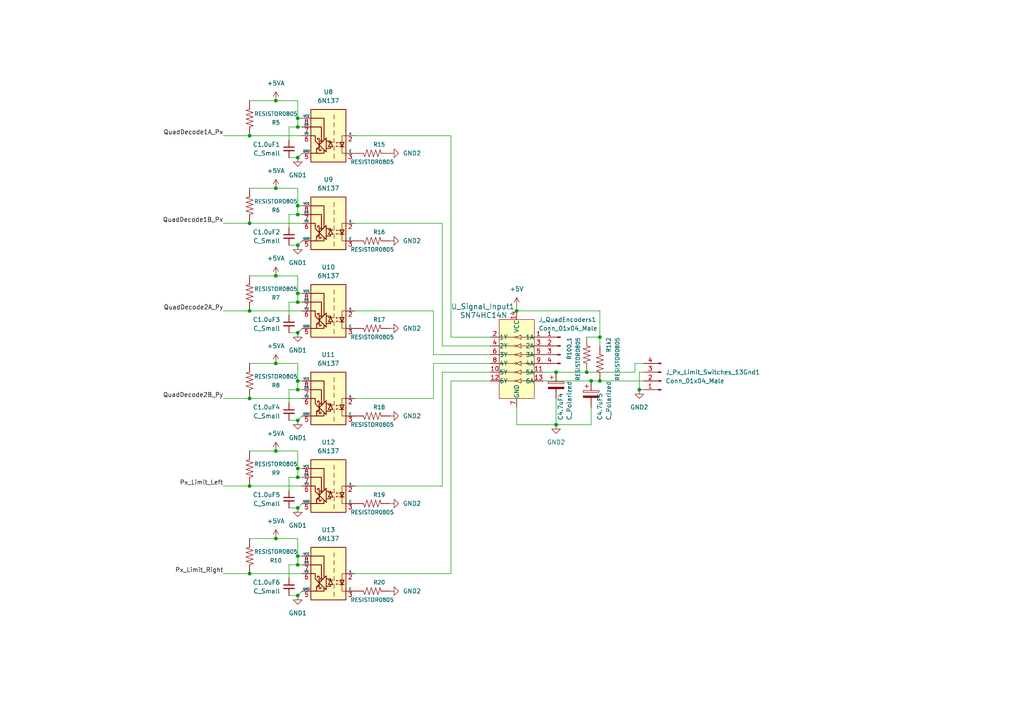
<source format=kicad_sch>
(kicad_sch (version 20211123) (generator eeschema)
  (paper "A4")
  (lib_symbols
    (symbol "Connector:Conn_01x04_Male" (pin_names (offset 1.016) hide)
      (property "Reference" "J" (at 0 5.08 0))
      (property "Value" "Conn_01x04_Male" (at 0 -7.62 0))
      (symbol "Conn_01x04_Male_1_1"
        (polyline (pts (xy 1.27 -5.08) (xy 0.8636 -5.08)) (stroke (width 0.1524)))
        (polyline (pts (xy 1.27 -2.54) (xy 0.8636 -2.54)) (stroke (width 0.1524)))
        (polyline (pts (xy 1.27 0) (xy 0.8636 0)) (stroke (width 0.1524)))
        (polyline (pts (xy 1.27 2.54) (xy 0.8636 2.54)) (stroke (width 0.1524)))
        (rectangle (start 0.8636 -4.953) (end 0 -5.207) (stroke (width 0.1524)) (fill (type outline)))
        (rectangle (start 0.8636 -2.413) (end 0 -2.667) (stroke (width 0.1524)) (fill (type outline)))
        (rectangle (start 0.8636 0.127) (end 0 -0.127) (stroke (width 0.1524)) (fill (type outline)))
        (rectangle (start 0.8636 2.667) (end 0 2.413) (stroke (width 0.1524)) (fill (type outline)))
        (pin passive line (at 5.08 2.54 180) (length 3.81) (name "Pin_1") (number "1"))
        (pin passive line (at 5.08 0 180) (length 3.81) (name "Pin_2") (number "2"))
        (pin passive line (at 5.08 -2.54 180) (length 3.81) (name "Pin_3") (number "3"))
        (pin passive line (at 5.08 -5.08 180) (length 3.81) (name "Pin_4") (number "4"))
      )
    )
    (symbol "Device:C_Polarized" (pin_numbers hide) (pin_names (offset 0.254))
      (property "Reference" "C" (at 0.635 2.54 0))
      (property "Value" "C_Polarized" (at 0.635 -2.54 0))
      (symbol "C_Polarized_0_1"
        (rectangle (start -2.286 0.508) (end 2.286 1.016))
        (polyline (pts (xy -1.778 2.286) (xy -0.762 2.286)))
        (polyline (pts (xy -1.27 2.794) (xy -1.27 1.778)))
        (rectangle (start 2.286 -0.508) (end -2.286 -1.016) (fill (type outline)))
      )
      (symbol "C_Polarized_1_1"
        (pin passive line (at 0 3.81 270) (length 2.794) (name "~") (number "1"))
        (pin passive line (at 0 -3.81 90) (length 2.794) (name "~") (number "2"))
      )
    )
    (symbol "Device:C_Small" (pin_numbers hide) (pin_names (offset 0.254) hide)
      (property "Reference" "C" (at 0.254 1.778 0))
      (property "Value" "C_Small" (at 0.254 -2.032 0))
      (symbol "C_Small_0_1"
        (polyline (pts (xy -1.524 -0.508) (xy 1.524 -0.508)) (stroke (width 0.3302)))
        (polyline (pts (xy -1.524 0.508) (xy 1.524 0.508)) (stroke (width 0.3048)))
      )
      (symbol "C_Small_1_1"
        (pin passive line (at 0 2.54 270) (length 2.032) (name "~") (number "1"))
        (pin passive line (at 0 -2.54 90) (length 2.032) (name "~") (number "2"))
      )
    )
    (symbol "Isolator:6N137" (pin_names (offset 0))
      (property "Reference" "U" (at -4.064 8.89 0))
      (property "Value" "6N137" (at 0 -8.89 0))
      (symbol "6N137_0_1"
        (polyline (pts (xy 2.667 -3.556) (xy 2.667 -1.651)) (stroke (width 0.254)))
        (polyline (pts (xy 2.667 -2.159) (xy 2.667 -2.921)) (stroke (width 0.254)))
        (polyline (pts (xy 3.429 -3.937) (xy 3.429 -5.08)) (stroke (width 0.254)))
        (polyline (pts (xy -0.635 -3.302) (xy -0.635 -3.683) (xy 0.635 -3.683)) (stroke (width 0.254)))
        (polyline (pts (xy -0.635 -1.905) (xy -0.635 -1.524) (xy 0.508 -1.524)) (stroke (width 0.254)))
        (polyline (pts (xy 1.27 -4.064) (xy 1.27 -5.08) (xy 5.08 -5.08)) (stroke (width 0.254)))
        (polyline (pts (xy 1.27 -1.27) (xy 1.27 5.08) (xy 5.08 5.08)) (stroke (width 0.254)))
        (polyline (pts (xy 2.032 -1.27) (xy 2.032 2.54) (xy 5.08 2.54)) (stroke (width 0.254)))
        (polyline (pts (xy -5.08 -5.08) (xy -3.937 -5.08) (xy -3.937 0) (xy -5.08 0)))
        (polyline (pts (xy 2.667 -3.302) (xy 2.667 -4.318) (xy 2.159 -4.318) (xy 2.159 -3.937)) (stroke (width 0.254)))
        (polyline (pts (xy 2.667 -2.667) (xy 0.635 -4.699) (xy 0.635 -0.635) (xy 2.667 -2.667)) (stroke (width 0.254)))
        (polyline (pts (xy 2.667 -1.778) (xy 2.667 -0.762) (xy 3.175 -0.762) (xy 3.175 -1.143)) (stroke (width 0.254)))
        (polyline (pts (xy 2.794 -2.54) (xy 3.81 -1.524) (xy 3.81 0) (xy 5.08 0)) (stroke (width 0.254)))
        (polyline (pts (xy 2.667 -3.175) (xy 3.429 -3.937) (xy 3.302 -3.556) (xy 3.048 -3.81) (xy 3.429 -3.937)) (stroke (width 0.254)))
        (circle (center 2.032 -1.524) (radius 0.254) (stroke (width 0.254)))
      )
      (symbol "6N137_1_1"
        (rectangle (start -5.08 7.62) (end 5.08 -7.62) (stroke (width 0.254)) (fill (type background)))
        (polyline (pts (xy -4.572 -3.175) (xy -3.302 -3.175)) (stroke (width 0.254)))
        (polyline (pts (xy -1.651 -5.334) (xy -1.651 -6.604)))
        (polyline (pts (xy -1.651 -3.048) (xy -1.651 -4.318)))
        (polyline (pts (xy -1.651 -0.762) (xy -1.651 -2.032)))
        (polyline (pts (xy -1.651 1.524) (xy -1.651 0.254)))
        (polyline (pts (xy -1.651 3.81) (xy -1.651 2.54)))
        (polyline (pts (xy -1.651 6.096) (xy -1.651 4.826)))
        (polyline (pts (xy -1.27 -1.905) (xy 0 -1.905)) (stroke (width 0.254)))
        (polyline (pts (xy -3.937 -3.175) (xy -4.572 -1.905) (xy -3.302 -1.905) (xy -3.937 -3.175)) (stroke (width 0.254)))
        (polyline (pts (xy -0.635 -1.905) (xy -1.27 -3.175) (xy 0 -3.175) (xy -0.635 -1.905)) (stroke (width 0.254)))
        (polyline (pts (xy -2.921 -3.048) (xy -2.159 -3.048) (xy -2.54 -3.175) (xy -2.54 -2.921) (xy -2.159 -3.048)) (stroke (width 0.127)))
        (polyline (pts (xy -2.921 -2.032) (xy -2.159 -2.032) (xy -2.54 -2.159) (xy -2.54 -1.905) (xy -2.159 -2.032)) (stroke (width 0.127)))
        (pin no_connect line (at -5.08 5.08 0) (length 2.54) hide (name "NC") (number "1"))
        (pin passive line (at -7.62 0 0) (length 2.54) (name "A") (number "2"))
        (pin passive line (at -7.62 -5.08 0) (length 2.54) (name "C") (number "3"))
        (pin power_in line (at 7.62 -5.08 180) (length 2.54) (name "GND") (number "5"))
        (pin open_collector line (at 7.62 0 180) (length 2.54) (name "VO") (number "6"))
        (pin input line (at 7.62 2.54 180) (length 2.54) (name "EN") (number "7"))
        (pin power_in line (at 7.62 5.08 180) (length 2.54) (name "VCC") (number "8"))
      )
    )
    (symbol "SparkFun-Resistors:RESISTOR0805" (pin_numbers hide) (pin_names (offset 1.016) hide)
      (property "Reference" "R" (at -5.08 1.27 0))
      (property "Value" "RESISTOR0805" (at -5.08 -3.81 0))
      (property "Field4" " " (at 0 5.08 0))
      (symbol "RESISTOR0805_1_0"
        (polyline (pts (xy -2.54 0) (xy -2.159 1.016)))
        (polyline (pts (xy -2.159 1.016) (xy -1.524 -1.016)))
        (polyline (pts (xy -1.524 -1.016) (xy -0.889 1.016)))
        (polyline (pts (xy -0.889 1.016) (xy -0.254 -1.016)))
        (polyline (pts (xy -0.254 -1.016) (xy 0.381 1.016)))
        (polyline (pts (xy 0.381 1.016) (xy 1.016 -1.016)))
        (polyline (pts (xy 1.016 -1.016) (xy 1.651 1.016)))
        (polyline (pts (xy 1.651 1.016) (xy 2.286 -1.016)))
        (polyline (pts (xy 2.286 -1.016) (xy 2.54 0)))
      )
      (symbol "RESISTOR0805_1_1"
        (pin passive line (at -5.08 0 0) (length 2.54) (name "1") (number "1"))
        (pin passive line (at 5.08 0 180) (length 2.54) (name "2") (number "2"))
      )
    )
    (symbol "dk_Logic-Gates-and-Inverters:SN74HC14N" (pin_names (offset 0.0254))
      (property "Reference" "U" (at -2.54 13.716 0))
      (property "Value" "SN74HC14N" (at 0.254 -11.43 0))
      (symbol "SN74HC14N_0_1"
        (rectangle (start -5.08 12.7) (end 5.08 -10.16) (fill (type background)))
        (polyline (pts (xy -2.54 -5.08) (xy -5.08 -5.08)))
        (polyline (pts (xy -2.54 -2.54) (xy -5.08 -2.54)))
        (polyline (pts (xy -2.54 -2.54) (xy -1.27 -2.54)))
        (polyline (pts (xy -2.54 0) (xy -5.08 0)))
        (polyline (pts (xy -2.54 2.54) (xy -5.08 2.54)))
        (polyline (pts (xy -2.54 2.54) (xy -1.27 2.54)))
        (polyline (pts (xy -2.54 5.08) (xy -5.08 5.08)))
        (polyline (pts (xy -2.54 7.62) (xy -5.08 7.62)))
        (polyline (pts (xy -1.27 -5.08) (xy -2.54 -5.08)))
        (polyline (pts (xy -1.27 0) (xy -2.54 0)))
        (polyline (pts (xy -1.27 5.08) (xy -2.54 5.08)))
        (polyline (pts (xy -1.27 7.62) (xy -2.54 7.62)))
        (polyline (pts (xy 0.508 -5.08) (xy 2.54 -5.08)))
        (polyline (pts (xy 0.508 0) (xy 2.54 0)))
        (polyline (pts (xy 0.508 2.54) (xy 2.54 2.54)))
        (polyline (pts (xy 0.508 5.08) (xy 2.54 5.08)))
        (polyline (pts (xy 2.54 -2.54) (xy 0.508 -2.54)))
        (polyline (pts (xy 2.54 7.62) (xy 0.508 7.62)))
        (polyline (pts (xy 5.08 -5.08) (xy 2.54 -5.08)))
        (polyline (pts (xy 5.08 -2.54) (xy 2.54 -2.54)))
        (polyline (pts (xy 5.08 0) (xy 2.54 0)))
        (polyline (pts (xy 5.08 2.54) (xy 2.54 2.54)))
        (polyline (pts (xy 5.08 5.08) (xy 2.54 5.08)))
        (polyline (pts (xy 5.08 7.62) (xy 2.54 7.62)))
        (polyline (pts (xy -1.27 -4.445) (xy -1.27 -5.715) (xy 0 -5.08) (xy -1.27 -4.445)))
        (polyline (pts (xy -1.27 -1.905) (xy -1.27 -3.175) (xy 0 -2.54) (xy -1.27 -1.905)))
        (polyline (pts (xy -1.27 0.635) (xy -1.27 -0.635) (xy 0 0) (xy -1.27 0.635)))
        (polyline (pts (xy -1.27 3.175) (xy -1.27 1.905) (xy 0 2.54) (xy -1.27 3.175)))
        (polyline (pts (xy -1.27 5.715) (xy -1.27 4.445) (xy 0 5.08) (xy -1.27 5.715)))
        (polyline (pts (xy -1.27 8.255) (xy -1.27 6.985) (xy 0 7.62) (xy -1.27 8.255)))
        (circle (center 0.254 -5.08) (radius 0.254))
        (circle (center 0.254 -2.54) (radius 0.254))
        (circle (center 0.254 0) (radius 0.254))
        (circle (center 0.254 2.54) (radius 0.254))
        (circle (center 0.254 5.08) (radius 0.254))
        (circle (center 0.254 7.62) (radius 0.254))
      )
      (symbol "SN74HC14N_1_1"
        (pin input line (at -7.62 7.62 0) (length 2.54) (name "1A") (number "1"))
        (pin output line (at 7.62 -2.54 180) (length 2.54) (name "5Y") (number "10"))
        (pin input line (at -7.62 -2.54 0) (length 2.54) (name "5A") (number "11"))
        (pin output line (at 7.62 -5.08 180) (length 2.54) (name "6Y") (number "12"))
        (pin input line (at -7.62 -5.08 0) (length 2.54) (name "6A") (number "13"))
        (pin power_in line (at 0 15.24 270) (length 2.54) (name "VCC") (number "14"))
        (pin output line (at 7.62 7.62 180) (length 2.54) (name "1Y") (number "2"))
        (pin input line (at -7.62 5.08 0) (length 2.54) (name "2A") (number "3"))
        (pin output line (at 7.62 5.08 180) (length 2.54) (name "2Y") (number "4"))
        (pin input line (at -7.62 2.54 0) (length 2.54) (name "3A") (number "5"))
        (pin output line (at 7.62 2.54 180) (length 2.54) (name "3Y") (number "6"))
        (pin power_in line (at 0 -12.7 90) (length 2.54) (name "GND") (number "7"))
        (pin output line (at 7.62 0 180) (length 2.54) (name "4Y") (number "8"))
        (pin input line (at -7.62 0 0) (length 2.54) (name "4A") (number "9"))
      )
    )
    (symbol "power:+5V" (power) (pin_names (offset 0))
      (property "Value" "+5V" (at 0 3.556 0))
      (symbol "+5V_0_1"
        (polyline (pts (xy -0.762 1.27) (xy 0 2.54)))
        (polyline (pts (xy 0 0) (xy 0 2.54)))
        (polyline (pts (xy 0 2.54) (xy 0.762 1.27)))
      )
      (symbol "+5V_1_1"
        (pin power_in line (at 0 0 90) (length 0) hide (name "+5V") (number "1"))
      )
    )
    (symbol "power:+5VA" (power) (pin_names (offset 0))
      (property "Value" "+5VA" (at 0 3.556 0))
      (symbol "+5VA_0_1"
        (polyline (pts (xy -0.762 1.27) (xy 0 2.54)))
        (polyline (pts (xy 0 0) (xy 0 2.54)))
        (polyline (pts (xy 0 2.54) (xy 0.762 1.27)))
      )
      (symbol "+5VA_1_1"
        (pin power_in line (at 0 0 90) (length 0) hide (name "+5VA") (number "1"))
      )
    )
    (symbol "power:GND1" (power) (pin_names (offset 0))
      (property "Value" "GND1" (at 0 -3.81 0))
      (symbol "GND1_0_1"
        (polyline (pts (xy 0 0) (xy 0 -1.27) (xy 1.27 -1.27) (xy 0 -2.54) (xy -1.27 -1.27) (xy 0 -1.27)))
      )
      (symbol "GND1_1_1"
        (pin power_in line (at 0 0 270) (length 0) hide (name "GND1") (number "1"))
      )
    )
    (symbol "power:GND2" (power) (pin_names (offset 0))
      (property "Value" "GND2" (at 0 -3.81 0))
      (symbol "GND2_0_1"
        (polyline (pts (xy 0 0) (xy 0 -1.27) (xy 1.27 -1.27) (xy 0 -2.54) (xy -1.27 -1.27) (xy 0 -1.27)))
      )
      (symbol "GND2_1_1"
        (pin power_in line (at 0 0 270) (length 0) hide (name "GND2") (number "1"))
      )
    )
  )
  (junction (at 161.29 123.19))
  (junction (at 86.36 71.12))
  (junction (at 86.36 59.69))
  (junction (at 86.36 34.29))
  (junction (at 80.01 80.01))
  (junction (at 72.39 140.97))
  (junction (at 86.36 62.23))
  (junction (at 86.36 147.32))
  (junction (at 80.01 54.61))
  (junction (at 173.99 97.79))
  (junction (at 86.36 45.72))
  (junction (at 86.36 85.09))
  (junction (at 173.99 110.49))
  (junction (at 86.36 96.52))
  (junction (at 86.36 172.72))
  (junction (at 80.01 156.21))
  (junction (at 72.39 64.77))
  (junction (at 171.45 110.49))
  (junction (at 86.36 161.29))
  (junction (at 161.29 107.95))
  (junction (at 86.36 138.43))
  (junction (at 72.39 166.37))
  (junction (at 80.01 105.41))
  (junction (at 86.36 135.89))
  (junction (at 72.39 90.17))
  (junction (at 170.18 107.95))
  (junction (at 86.36 163.83))
  (junction (at 80.01 29.21))
  (junction (at 86.36 87.63))
  (junction (at 86.36 121.92))
  (junction (at 185.42 113.03))
  (junction (at 86.36 110.49))
  (junction (at 72.39 115.57))
  (junction (at 72.39 39.37))
  (junction (at 80.01 130.81))
  (junction (at 86.36 36.83))
  (junction (at 149.86 90.17))
  (junction (at 86.36 113.03))
  (wire (pts (xy 87.63 135.89) (xy 86.36 135.89)))
  (wire (pts (xy 173.99 100.33) (xy 173.99 97.79)))
  (wire (pts (xy 87.63 115.57) (xy 72.39 115.57)))
  (wire (pts (xy 128.27 107.95) (xy 142.24 107.95)))
  (wire (pts (xy 87.63 34.29) (xy 86.36 34.29)))
  (wire (pts (xy 128.27 64.77) (xy 102.87 64.77)))
  (wire (pts (xy 72.39 166.37) (xy 64.77 166.37)))
  (wire (pts (xy 87.63 90.17) (xy 72.39 90.17)))
  (wire (pts (xy 86.36 138.43) (xy 86.36 135.89)))
  (wire (pts (xy 72.39 130.81) (xy 80.01 130.81)))
  (wire (pts (xy 86.36 59.69) (xy 86.36 54.61)))
  (wire (pts (xy 142.24 100.33) (xy 128.27 100.33)))
  (wire (pts (xy 130.81 166.37) (xy 130.81 110.49)))
  (wire (pts (xy 125.73 102.87) (xy 125.73 90.17)))
  (wire (pts (xy 128.27 140.97) (xy 128.27 107.95)))
  (wire (pts (xy 149.86 123.19) (xy 149.86 118.11)))
  (wire (pts (xy 125.73 105.41) (xy 125.73 115.57)))
  (wire (pts (xy 86.36 163.83) (xy 83.82 163.83)))
  (wire (pts (xy 87.63 39.37) (xy 72.39 39.37)))
  (wire (pts (xy 173.99 90.17) (xy 149.86 90.17)))
  (wire (pts (xy 173.99 97.79) (xy 173.99 90.17)))
  (wire (pts (xy 87.63 85.09) (xy 86.36 85.09)))
  (wire (pts (xy 72.39 64.77) (xy 64.77 64.77)))
  (wire (pts (xy 142.24 105.41) (xy 125.73 105.41)))
  (wire (pts (xy 86.36 34.29) (xy 86.36 29.21)))
  (wire (pts (xy 72.39 39.37) (xy 64.77 39.37)))
  (wire (pts (xy 86.36 138.43) (xy 83.82 138.43)))
  (wire (pts (xy 86.36 96.52) (xy 83.82 96.52)))
  (wire (pts (xy 86.36 147.32) (xy 87.63 146.05)))
  (wire (pts (xy 86.36 172.72) (xy 83.82 172.72)))
  (wire (pts (xy 80.01 130.81) (xy 86.36 130.81)))
  (wire (pts (xy 142.24 97.79) (xy 130.81 97.79)))
  (wire (pts (xy 87.63 87.63) (xy 86.36 87.63)))
  (wire (pts (xy 170.18 107.95) (xy 184.15 107.95)))
  (wire (pts (xy 86.36 36.83) (xy 86.36 34.29)))
  (wire (pts (xy 125.73 115.57) (xy 102.87 115.57)))
  (wire (pts (xy 86.36 62.23) (xy 86.36 59.69)))
  (wire (pts (xy 149.86 88.9) (xy 149.86 90.17)))
  (wire (pts (xy 80.01 29.21) (xy 86.36 29.21)))
  (wire (pts (xy 87.63 62.23) (xy 86.36 62.23)))
  (wire (pts (xy 80.01 80.01) (xy 86.36 80.01)))
  (wire (pts (xy 184.15 105.41) (xy 186.69 105.41)))
  (wire (pts (xy 128.27 100.33) (xy 128.27 64.77)))
  (wire (pts (xy 86.36 45.72) (xy 83.82 45.72)))
  (wire (pts (xy 86.36 163.83) (xy 86.36 161.29)))
  (wire (pts (xy 87.63 64.77) (xy 72.39 64.77)))
  (wire (pts (xy 171.45 123.19) (xy 171.45 118.11)))
  (wire (pts (xy 130.81 39.37) (xy 102.87 39.37)))
  (wire (pts (xy 72.39 115.57) (xy 64.77 115.57)))
  (wire (pts (xy 72.39 54.61) (xy 80.01 54.61)))
  (wire (pts (xy 86.36 135.89) (xy 86.36 130.81)))
  (wire (pts (xy 72.39 80.01) (xy 80.01 80.01)))
  (wire (pts (xy 87.63 166.37) (xy 72.39 166.37)))
  (wire (pts (xy 86.36 110.49) (xy 86.36 105.41)))
  (wire (pts (xy 161.29 115.57) (xy 161.29 123.19)))
  (wire (pts (xy 102.87 166.37) (xy 130.81 166.37)))
  (wire (pts (xy 185.42 107.95) (xy 186.69 107.95)))
  (wire (pts (xy 125.73 90.17) (xy 102.87 90.17)))
  (wire (pts (xy 86.36 96.52) (xy 87.63 95.25)))
  (wire (pts (xy 161.29 107.95) (xy 157.48 107.95)))
  (wire (pts (xy 142.24 102.87) (xy 125.73 102.87)))
  (wire (pts (xy 80.01 105.41) (xy 86.36 105.41)))
  (wire (pts (xy 86.36 113.03) (xy 83.82 113.03)))
  (wire (pts (xy 173.99 110.49) (xy 171.45 110.49)))
  (wire (pts (xy 185.42 113.03) (xy 185.42 107.95)))
  (wire (pts (xy 87.63 113.03) (xy 86.36 113.03)))
  (wire (pts (xy 83.82 66.04) (xy 83.82 62.23)))
  (wire (pts (xy 80.01 54.61) (xy 86.36 54.61)))
  (wire (pts (xy 173.99 110.49) (xy 186.69 110.49)))
  (wire (pts (xy 86.36 71.12) (xy 87.63 69.85)))
  (wire (pts (xy 87.63 36.83) (xy 86.36 36.83)))
  (wire (pts (xy 170.18 97.79) (xy 173.99 97.79)))
  (wire (pts (xy 72.39 90.17) (xy 64.77 90.17)))
  (wire (pts (xy 80.01 156.21) (xy 86.36 156.21)))
  (wire (pts (xy 72.39 29.21) (xy 80.01 29.21)))
  (wire (pts (xy 149.86 123.19) (xy 161.29 123.19)))
  (wire (pts (xy 87.63 161.29) (xy 86.36 161.29)))
  (wire (pts (xy 102.87 140.97) (xy 128.27 140.97)))
  (wire (pts (xy 130.81 110.49) (xy 142.24 110.49)))
  (wire (pts (xy 83.82 40.64) (xy 83.82 36.83)))
  (wire (pts (xy 157.48 110.49) (xy 171.45 110.49)))
  (wire (pts (xy 86.36 87.63) (xy 86.36 85.09)))
  (wire (pts (xy 72.39 140.97) (xy 64.77 140.97)))
  (wire (pts (xy 83.82 142.24) (xy 83.82 138.43)))
  (wire (pts (xy 86.36 147.32) (xy 83.82 147.32)))
  (wire (pts (xy 130.81 97.79) (xy 130.81 39.37)))
  (wire (pts (xy 86.36 62.23) (xy 83.82 62.23)))
  (wire (pts (xy 86.36 172.72) (xy 87.63 171.45)))
  (wire (pts (xy 86.36 45.72) (xy 87.63 44.45)))
  (wire (pts (xy 185.42 113.03) (xy 186.69 113.03)))
  (wire (pts (xy 86.36 36.83) (xy 83.82 36.83)))
  (wire (pts (xy 86.36 121.92) (xy 83.82 121.92)))
  (wire (pts (xy 87.63 110.49) (xy 86.36 110.49)))
  (wire (pts (xy 161.29 123.19) (xy 171.45 123.19)))
  (wire (pts (xy 72.39 105.41) (xy 80.01 105.41)))
  (wire (pts (xy 72.39 156.21) (xy 80.01 156.21)))
  (wire (pts (xy 86.36 71.12) (xy 83.82 71.12)))
  (wire (pts (xy 184.15 107.95) (xy 184.15 105.41)))
  (wire (pts (xy 87.63 138.43) (xy 86.36 138.43)))
  (wire (pts (xy 87.63 163.83) (xy 86.36 163.83)))
  (wire (pts (xy 86.36 87.63) (xy 83.82 87.63)))
  (wire (pts (xy 86.36 85.09) (xy 86.36 80.01)))
  (wire (pts (xy 83.82 116.84) (xy 83.82 113.03)))
  (wire (pts (xy 87.63 140.97) (xy 72.39 140.97)))
  (wire (pts (xy 87.63 59.69) (xy 86.36 59.69)))
  (wire (pts (xy 83.82 167.64) (xy 83.82 163.83)))
  (wire (pts (xy 86.36 161.29) (xy 86.36 156.21)))
  (wire (pts (xy 170.18 107.95) (xy 161.29 107.95)))
  (wire (pts (xy 83.82 91.44) (xy 83.82 87.63)))
  (wire (pts (xy 86.36 121.92) (xy 87.63 120.65)))
  (wire (pts (xy 86.36 113.03) (xy 86.36 110.49)))
  (label "QuadDecode2A_Py" (at 64.77 90.17 180))
  (label "QuadDecode1B_Px" (at 64.77 64.77 180))
  (label "QuadDecode2B_Py" (at 64.77 115.57 180))
  (label "QuadDecode1A_Px" (at 64.77 39.37 180))
  (label "Px_Limit_Right" (at 64.77 166.37 180))
  (label "Px_Limit_Left" (at 64.77 140.97 180))
  (symbol (lib_id "Isolator:6N137") (at 95.25 90.17 0) (mirror y) (unit 1)
    (property "Reference" "U10" (at 95.25 77.47 0))
    (property "Value" "6N137" (at 95.25 80.01 0))
    (property "Footprint" "Package_DIP:DIP-8_W7.62mm" (effects hide))
    (property "Datasheet" "https://docs.broadcom.com/docs/AV02-0940EN" (effects hide))
  )
  (symbol (lib_id "SparkFun-Resistors:RESISTOR0805") (at 107.95 44.45 0) (mirror x) (unit 1)
    (property "Reference" "R15" (at 111.76 41.91 0) (effects (font (size 1.143 1.143)) (justify right)))
    (property "Value" "RESISTOR0805" (at 114.3 46.99 0) (effects (font (size 1.143 1.143)) (justify right)))
    (property "Footprint" "Resistor_SMD:R_0805_2012Metric_Pad1.20x1.40mm_HandSolder" (effects hide))
    (property "Field4" " " (at 104.775 44.45 90) (effects (font (size 1.524 1.524)) (justify right)))
  )
  (symbol (lib_id "Device:C_Small") (at 83.82 119.38 0) (mirror y) (unit 1)
    (property "Reference" "C1.0uF4" (at 81.28 118.1162 0) (effects (justify left)))
    (property "Value" "C_Small" (at 81.28 120.6562 0) (effects (justify left)))
    (property "Footprint" "Capacitor_SMD:C_0805_2012Metric_Pad1.18x1.45mm_HandSolder" (effects hide))
  )
  (symbol (lib_id "power:+5VA") (at 80.01 29.21 0) (unit 1)
    (property "Reference" "#PWR015" (effects hide))
    (property "Value" "+5VA" (at 80.01 24.13 0))
  )
  (symbol (lib_id "SparkFun-Resistors:RESISTOR0805") (at 170.18 102.87 90) (unit 1)
    (property "Reference" "R100_1" (at 165.1 97.79 0) (effects (font (size 1.143 1.143)) (justify right)))
    (property "Value" "RESISTOR0805" (at 167.64 97.79 0) (effects (font (size 1.143 1.143)) (justify right)))
    (property "Footprint" "Resistor_SMD:R_0805_2012Metric_Pad1.20x1.40mm_HandSolder" (effects hide))
    (property "Field4" " " (at 172.72 106.045 90) (effects (font (size 1.524 1.524)) (justify right)))
  )
  (symbol (lib_id "power:+5VA") (at 80.01 130.81 0) (unit 1)
    (property "Reference" "#PWR019" (effects hide))
    (property "Value" "+5VA" (at 80.01 125.73 0))
  )
  (symbol (lib_id "power:+5V") (at 149.86 88.9 0) (unit 1)
    (property "Reference" "#PWR045" (effects hide))
    (property "Value" "+5V" (at 149.86 83.82 0))
  )
  (symbol (lib_id "power:GND2") (at 113.03 171.45 90) (unit 1)
    (property "Reference" "#PWR0107" (effects hide))
    (property "Value" "GND2" (at 116.84 171.4499 90) (effects (justify right)))
  )
  (symbol (lib_id "power:+5VA") (at 80.01 80.01 0) (unit 1)
    (property "Reference" "#PWR017" (effects hide))
    (property "Value" "+5VA" (at 80.01 74.93 0))
  )
  (symbol (lib_id "SparkFun-Resistors:RESISTOR0805") (at 107.95 95.25 0) (mirror x) (unit 1)
    (property "Reference" "R17" (at 111.76 92.71 0) (effects (font (size 1.143 1.143)) (justify right)))
    (property "Value" "RESISTOR0805" (at 114.3 97.79 0) (effects (font (size 1.143 1.143)) (justify right)))
    (property "Footprint" "Resistor_SMD:R_0805_2012Metric_Pad1.20x1.40mm_HandSolder" (effects hide))
    (property "Field4" " " (at 104.775 95.25 90) (effects (font (size 1.524 1.524)) (justify right)))
  )
  (symbol (lib_id "Connector:Conn_01x04_Male") (at 191.77 110.49 180) (unit 1)
    (property "Reference" "J_Px_Limit_Switches_13Gnd1" (at 193.04 107.9499 0) (effects (justify right)))
    (property "Value" "Conn_01x04_Male" (at 193.04 110.4899 0) (effects (justify right)))
    (property "Footprint" "Connector_PinHeader_2.54mm:PinHeader_1x04_P2.54mm_Vertical" (effects hide))
  )
  (symbol (lib_id "SparkFun-Resistors:RESISTOR0805") (at 107.95 146.05 0) (mirror x) (unit 1)
    (property "Reference" "R19" (at 111.76 143.51 0) (effects (font (size 1.143 1.143)) (justify right)))
    (property "Value" "RESISTOR0805" (at 114.3 148.59 0) (effects (font (size 1.143 1.143)) (justify right)))
    (property "Footprint" "Resistor_SMD:R_0805_2012Metric_Pad1.20x1.40mm_HandSolder" (effects hide))
    (property "Field4" " " (at 104.775 146.05 90) (effects (font (size 1.524 1.524)) (justify right)))
  )
  (symbol (lib_id "power:+5VA") (at 80.01 54.61 0) (unit 1)
    (property "Reference" "#PWR016" (effects hide))
    (property "Value" "+5VA" (at 80.01 49.53 0))
  )
  (symbol (lib_id "power:GND1") (at 86.36 172.72 0) (unit 1)
    (property "Reference" "#PWR030" (effects hide))
    (property "Value" "GND1" (at 86.36 177.8 0))
  )
  (symbol (lib_id "Isolator:6N137") (at 95.25 166.37 0) (mirror y) (unit 1)
    (property "Reference" "U13" (at 95.25 153.67 0))
    (property "Value" "6N137" (at 95.25 156.21 0))
    (property "Footprint" "Package_DIP:DIP-8_W7.62mm" (effects hide))
    (property "Datasheet" "https://docs.broadcom.com/docs/AV02-0940EN" (effects hide))
  )
  (symbol (lib_id "SparkFun-Resistors:RESISTOR0805") (at 72.39 110.49 270) (mirror x) (unit 1)
    (property "Reference" "R8" (at 80.01 111.76 90) (effects (font (size 1.143 1.143))))
    (property "Value" "RESISTOR0805" (at 80.01 109.22 90) (effects (font (size 1.143 1.143))))
    (property "Footprint" "Resistor_SMD:R_0805_2012Metric_Pad1.20x1.40mm_HandSolder" (effects hide))
    (property "Field4" " " (at 71.12 107.95 0) (effects (font (size 1.524 1.524))))
  )
  (symbol (lib_id "Isolator:6N137") (at 95.25 64.77 0) (mirror y) (unit 1)
    (property "Reference" "U9" (at 95.25 52.07 0))
    (property "Value" "6N137" (at 95.25 54.61 0))
    (property "Footprint" "Package_DIP:DIP-8_W7.62mm" (effects hide))
    (property "Datasheet" "https://docs.broadcom.com/docs/AV02-0940EN" (effects hide))
  )
  (symbol (lib_id "Device:C_Small") (at 83.82 170.18 0) (mirror y) (unit 1)
    (property "Reference" "C1.0uF6" (at 81.28 168.9162 0) (effects (justify left)))
    (property "Value" "C_Small" (at 81.28 171.4562 0) (effects (justify left)))
    (property "Footprint" "Capacitor_SMD:C_0805_2012Metric_Pad1.18x1.45mm_HandSolder" (effects hide))
  )
  (symbol (lib_id "power:GND1") (at 86.36 96.52 0) (unit 1)
    (property "Reference" "#PWR027" (effects hide))
    (property "Value" "GND1" (at 86.36 101.6 0))
  )
  (symbol (lib_id "SparkFun-Resistors:RESISTOR0805") (at 107.95 171.45 0) (mirror x) (unit 1)
    (property "Reference" "R20" (at 111.76 168.91 0) (effects (font (size 1.143 1.143)) (justify right)))
    (property "Value" "RESISTOR0805" (at 114.3 173.99 0) (effects (font (size 1.143 1.143)) (justify right)))
    (property "Footprint" "Resistor_SMD:R_0805_2012Metric_Pad1.20x1.40mm_HandSolder" (effects hide))
    (property "Field4" " " (at 104.775 171.45 90) (effects (font (size 1.524 1.524)) (justify right)))
  )
  (symbol (lib_id "power:GND2") (at 113.03 120.65 90) (unit 1)
    (property "Reference" "#PWR0105" (effects hide))
    (property "Value" "GND2" (at 116.84 120.6499 90) (effects (justify right)))
  )
  (symbol (lib_id "power:GND1") (at 86.36 121.92 0) (unit 1)
    (property "Reference" "#PWR028" (effects hide))
    (property "Value" "GND1" (at 86.36 127 0))
  )
  (symbol (lib_id "Device:C_Small") (at 83.82 43.18 0) (mirror y) (unit 1)
    (property "Reference" "C1.0uF1" (at 81.28 41.9162 0) (effects (justify left)))
    (property "Value" "C_Small" (at 81.28 44.4562 0) (effects (justify left)))
    (property "Footprint" "Capacitor_SMD:C_0805_2012Metric_Pad1.18x1.45mm_HandSolder" (effects hide))
  )
  (symbol (lib_id "Isolator:6N137") (at 95.25 140.97 0) (mirror y) (unit 1)
    (property "Reference" "U12" (at 95.25 128.27 0))
    (property "Value" "6N137" (at 95.25 130.81 0))
    (property "Footprint" "Package_DIP:DIP-8_W7.62mm" (effects hide))
    (property "Datasheet" "https://docs.broadcom.com/docs/AV02-0940EN" (effects hide))
  )
  (symbol (lib_id "Connector:Conn_01x04_Male") (at 162.56 100.33 0) (mirror y) (unit 1)
    (property "Reference" "J_QuadEncoders1" (at 156.21 92.71 0) (effects (justify right)))
    (property "Value" "Conn_01x04_Male" (at 156.21 95.25 0) (effects (justify right)))
    (property "Footprint" "Connector_PinHeader_2.54mm:PinHeader_1x04_P2.54mm_Vertical" (effects hide))
  )
  (symbol (lib_id "power:+5VA") (at 80.01 105.41 0) (unit 1)
    (property "Reference" "#PWR018" (effects hide))
    (property "Value" "+5VA" (at 80.01 100.33 0))
  )
  (symbol (lib_id "SparkFun-Resistors:RESISTOR0805") (at 107.95 120.65 0) (mirror x) (unit 1)
    (property "Reference" "R18" (at 111.76 118.11 0) (effects (font (size 1.143 1.143)) (justify right)))
    (property "Value" "RESISTOR0805" (at 114.3 123.19 0) (effects (font (size 1.143 1.143)) (justify right)))
    (property "Footprint" "Resistor_SMD:R_0805_2012Metric_Pad1.20x1.40mm_HandSolder" (effects hide))
    (property "Field4" " " (at 104.775 120.65 90) (effects (font (size 1.524 1.524)) (justify right)))
  )
  (symbol (lib_id "SparkFun-Resistors:RESISTOR0805") (at 72.39 34.29 270) (mirror x) (unit 1)
    (property "Reference" "R5" (at 80.01 35.56 90) (effects (font (size 1.143 1.143))))
    (property "Value" "RESISTOR0805" (at 80.01 33.02 90) (effects (font (size 1.143 1.143))))
    (property "Footprint" "Resistor_SMD:R_0805_2012Metric_Pad1.20x1.40mm_HandSolder" (effects hide))
    (property "Field4" " " (at 71.12 31.75 0) (effects (font (size 1.524 1.524))))
  )
  (symbol (lib_id "power:+5VA") (at 80.01 156.21 0) (unit 1)
    (property "Reference" "#PWR020" (effects hide))
    (property "Value" "+5VA" (at 80.01 151.13 0))
  )
  (symbol (lib_id "Device:C_Polarized") (at 161.29 111.76 0) (unit 1)
    (property "Reference" "C4.7uF4" (at 162.56 121.92 90) (effects (justify left)))
    (property "Value" "C_Polarized" (at 165.1 121.92 90) (effects (justify left)))
    (property "Footprint" "Capacitor_THT:CP_Radial_D5.0mm_P2.00mm" (effects hide))
  )
  (symbol (lib_id "power:GND2") (at 113.03 146.05 90) (unit 1)
    (property "Reference" "#PWR0106" (effects hide))
    (property "Value" "GND2" (at 116.84 146.0499 90) (effects (justify right)))
  )
  (symbol (lib_id "Device:C_Polarized") (at 171.45 114.3 0) (unit 1)
    (property "Reference" "C4.7uF5" (at 173.99 121.92 90) (effects (justify left)))
    (property "Value" "C_Polarized" (at 176.53 121.92 90) (effects (justify left)))
    (property "Footprint" "Capacitor_THT:CP_Radial_D5.0mm_P2.00mm" (effects hide))
  )
  (symbol (lib_id "SparkFun-Resistors:RESISTOR0805") (at 173.99 105.41 90) (unit 1)
    (property "Reference" "R1k2" (at 176.53 97.79 0) (effects (font (size 1.143 1.143)) (justify right)))
    (property "Value" "RESISTOR0805" (at 179.07 97.79 0) (effects (font (size 1.143 1.143)) (justify right)))
    (property "Footprint" "Resistor_SMD:R_0805_2012Metric_Pad1.20x1.40mm_HandSolder" (effects hide))
    (property "Field4" " " (at 176.53 108.585 90) (effects (font (size 1.524 1.524)) (justify right)))
  )
  (symbol (lib_id "Device:C_Small") (at 83.82 68.58 0) (mirror y) (unit 1)
    (property "Reference" "C1.0uF2" (at 81.28 67.3162 0) (effects (justify left)))
    (property "Value" "C_Small" (at 81.28 69.8562 0) (effects (justify left)))
    (property "Footprint" "Capacitor_SMD:C_0805_2012Metric_Pad1.18x1.45mm_HandSolder" (effects hide))
  )
  (symbol (lib_id "SparkFun-Resistors:RESISTOR0805") (at 107.95 69.85 0) (mirror x) (unit 1)
    (property "Reference" "R16" (at 111.76 67.31 0) (effects (font (size 1.143 1.143)) (justify right)))
    (property "Value" "RESISTOR0805" (at 114.3 72.39 0) (effects (font (size 1.143 1.143)) (justify right)))
    (property "Footprint" "Resistor_SMD:R_0805_2012Metric_Pad1.20x1.40mm_HandSolder" (effects hide))
    (property "Field4" " " (at 104.775 69.85 90) (effects (font (size 1.524 1.524)) (justify right)))
  )
  (symbol (lib_id "Device:C_Small") (at 83.82 93.98 0) (mirror y) (unit 1)
    (property "Reference" "C1.0uF3" (at 81.28 92.7162 0) (effects (justify left)))
    (property "Value" "C_Small" (at 81.28 95.2562 0) (effects (justify left)))
    (property "Footprint" "Capacitor_SMD:C_0805_2012Metric_Pad1.18x1.45mm_HandSolder" (effects hide))
  )
  (symbol (lib_id "power:GND2") (at 113.03 95.25 90) (unit 1)
    (property "Reference" "#PWR0103" (effects hide))
    (property "Value" "GND2" (at 116.84 95.2499 90) (effects (justify right)))
  )
  (symbol (lib_id "power:GND2") (at 185.42 113.03 0) (unit 1)
    (property "Reference" "#PWR047" (effects hide))
    (property "Value" "GND2" (at 185.42 118.11 0))
  )
  (symbol (lib_id "Device:C_Small") (at 83.82 144.78 0) (mirror y) (unit 1)
    (property "Reference" "C1.0uF5" (at 81.28 143.5162 0) (effects (justify left)))
    (property "Value" "C_Small" (at 81.28 146.0562 0) (effects (justify left)))
    (property "Footprint" "Capacitor_SMD:C_0805_2012Metric_Pad1.18x1.45mm_HandSolder" (effects hide))
  )
  (symbol (lib_id "power:GND1") (at 86.36 45.72 0) (unit 1)
    (property "Reference" "#PWR025" (effects hide))
    (property "Value" "GND1" (at 86.36 50.8 0))
  )
  (symbol (lib_id "power:GND2") (at 113.03 44.45 90) (unit 1)
    (property "Reference" "#PWR0104" (effects hide))
    (property "Value" "GND2" (at 116.84 44.4499 90) (effects (justify right)))
  )
  (symbol (lib_id "SparkFun-Resistors:RESISTOR0805") (at 72.39 161.29 270) (mirror x) (unit 1)
    (property "Reference" "R10" (at 80.01 162.56 90) (effects (font (size 1.143 1.143))))
    (property "Value" "RESISTOR0805" (at 80.01 160.02 90) (effects (font (size 1.143 1.143))))
    (property "Footprint" "Resistor_SMD:R_0805_2012Metric_Pad1.20x1.40mm_HandSolder" (effects hide))
    (property "Field4" " " (at 71.12 158.75 0) (effects (font (size 1.524 1.524))))
  )
  (symbol (lib_id "SparkFun-Resistors:RESISTOR0805") (at 72.39 135.89 270) (mirror x) (unit 1)
    (property "Reference" "R9" (at 80.01 137.16 90) (effects (font (size 1.143 1.143))))
    (property "Value" "RESISTOR0805" (at 80.01 134.62 90) (effects (font (size 1.143 1.143))))
    (property "Footprint" "Resistor_SMD:R_0805_2012Metric_Pad1.20x1.40mm_HandSolder" (effects hide))
    (property "Field4" " " (at 71.12 133.35 0) (effects (font (size 1.524 1.524))))
  )
  (symbol (lib_id "power:GND2") (at 113.03 69.85 90) (unit 1)
    (property "Reference" "#PWR0102" (effects hide))
    (property "Value" "GND2" (at 116.84 69.8499 90) (effects (justify right)))
  )
  (symbol (lib_id "SparkFun-Resistors:RESISTOR0805") (at 72.39 59.69 270) (mirror x) (unit 1)
    (property "Reference" "R6" (at 80.01 60.96 90) (effects (font (size 1.143 1.143))))
    (property "Value" "RESISTOR0805" (at 80.01 58.42 90) (effects (font (size 1.143 1.143))))
    (property "Footprint" "Resistor_SMD:R_0805_2012Metric_Pad1.20x1.40mm_HandSolder" (effects hide))
    (property "Field4" " " (at 71.12 57.15 0) (effects (font (size 1.524 1.524))))
  )
  (symbol (lib_id "power:GND1") (at 86.36 71.12 0) (unit 1)
    (property "Reference" "#PWR026" (effects hide))
    (property "Value" "GND1" (at 86.36 76.2 0))
  )
  (symbol (lib_id "power:GND1") (at 86.36 147.32 0) (unit 1)
    (property "Reference" "#PWR029" (effects hide))
    (property "Value" "GND1" (at 86.36 152.4 0))
  )
  (symbol (lib_id "dk_Logic-Gates-and-Inverters:SN74HC14N") (at 149.86 105.41 0) (mirror y) (unit 1)
    (property "Reference" "U_Signal_Input1" (at 130.81 88.9 0) (effects (font (size 1.524 1.524)) (justify right)))
    (property "Value" "SN74HC14N" (at 133.35 91.44 0) (effects (font (size 1.524 1.524)) (justify right)))
    (property "Footprint" "digikey-footprints:DIP-14_W3mm" (effects hide))
    (property "Datasheet" "http://www.ti.com/general/docs/suppproductinfo.tsp?distId=10&gotoUrl=http%3A%2F%2Fwww.ti.com%2Flit%2Fgpn%2Fsn74hc14" (effects hide))
    (property "Digi-Key_PN" "296-1577-5-ND" (effects hide))
    (property "MPN" "SN74HC14N" (effects hide))
    (property "Category" "Integrated Circuits (ICs)" (effects hide))
    (property "Family" "Logic - Gates and Inverters" (effects hide))
    (property "DK_Datasheet_Link" "http://www.ti.com/general/docs/suppproductinfo.tsp?distId=10&gotoUrl=http%3A%2F%2Fwww.ti.com%2Flit%2Fgpn%2Fsn74hc14" (effects hide))
    (property "DK_Detail_Page" "/product-detail/en/texas-instruments/SN74HC14N/296-1577-5-ND/277223" (effects hide))
    (property "Description" "IC INVERTER SCHMITT 6CH 14DIP" (effects hide))
    (property "Manufacturer" "Texas Instruments" (effects hide))
    (property "Status" "Active" (effects hide))
  )
  (symbol (lib_id "SparkFun-Resistors:RESISTOR0805") (at 72.39 85.09 270) (mirror x) (unit 1)
    (property "Reference" "R7" (at 80.01 86.36 90) (effects (font (size 1.143 1.143))))
    (property "Value" "RESISTOR0805" (at 80.01 83.82 90) (effects (font (size 1.143 1.143))))
    (property "Footprint" "Resistor_SMD:R_0805_2012Metric_Pad1.20x1.40mm_HandSolder" (effects hide))
    (property "Field4" " " (at 71.12 82.55 0) (effects (font (size 1.524 1.524))))
  )
  (symbol (lib_id "Isolator:6N137") (at 95.25 39.37 0) (mirror y) (unit 1)
    (property "Reference" "U8" (at 95.25 26.67 0))
    (property "Value" "6N137" (at 95.25 29.21 0))
    (property "Footprint" "Package_DIP:DIP-8_W7.62mm" (effects hide))
    (property "Datasheet" "https://docs.broadcom.com/docs/AV02-0940EN" (effects hide))
  )
  (symbol (lib_id "Isolator:6N137") (at 95.25 115.57 0) (mirror y) (unit 1)
    (property "Reference" "U11" (at 95.25 102.87 0))
    (property "Value" "6N137" (at 95.25 105.41 0))
    (property "Footprint" "Package_DIP:DIP-8_W7.62mm" (effects hide))
    (property "Datasheet" "https://docs.broadcom.com/docs/AV02-0940EN" (effects hide))
  )
  (symbol (lib_id "power:GND2") (at 161.29 123.19 0) (unit 1)
    (property "Reference" "#PWR0101" (effects hide))
    (property "Value" "GND2" (at 161.29 128.27 0))
  )
)
</source>
